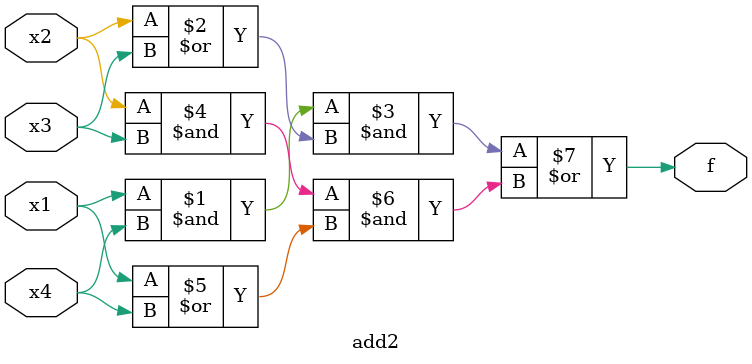
<source format=v>
module add2(x1,x2,x3,x4,f);
input x1,x2,x3,x4;
output f;
assign f = (x1&x4&(x2|x3))|(x2&x3&(x1|x4));
endmodule

</source>
